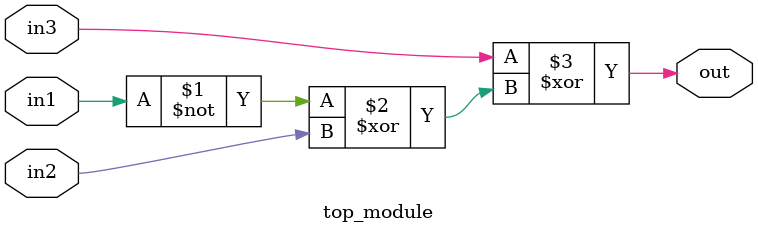
<source format=v>
module top_module (
    input in1,
    input in2,
    input in3,
    output out);
    assign out = in3 ^ (~in1 ^ in2);
endmodule

</source>
